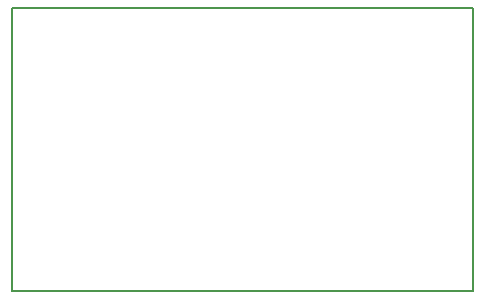
<source format=gbr>
%TF.GenerationSoftware,KiCad,Pcbnew,7.0.9*%
%TF.CreationDate,2024-10-15T17:03:29-06:00*%
%TF.ProjectId,howland,686f776c-616e-4642-9e6b-696361645f70,rev?*%
%TF.SameCoordinates,Original*%
%TF.FileFunction,Profile,NP*%
%FSLAX46Y46*%
G04 Gerber Fmt 4.6, Leading zero omitted, Abs format (unit mm)*
G04 Created by KiCad (PCBNEW 7.0.9) date 2024-10-15 17:03:29*
%MOMM*%
%LPD*%
G01*
G04 APERTURE LIST*
%TA.AperFunction,Profile*%
%ADD10C,0.150000*%
%TD*%
G04 APERTURE END LIST*
D10*
X100000000Y-78250000D02*
X139000000Y-78250000D01*
X139000000Y-102250000D01*
X100000000Y-102250000D01*
X100000000Y-78250000D01*
M02*

</source>
